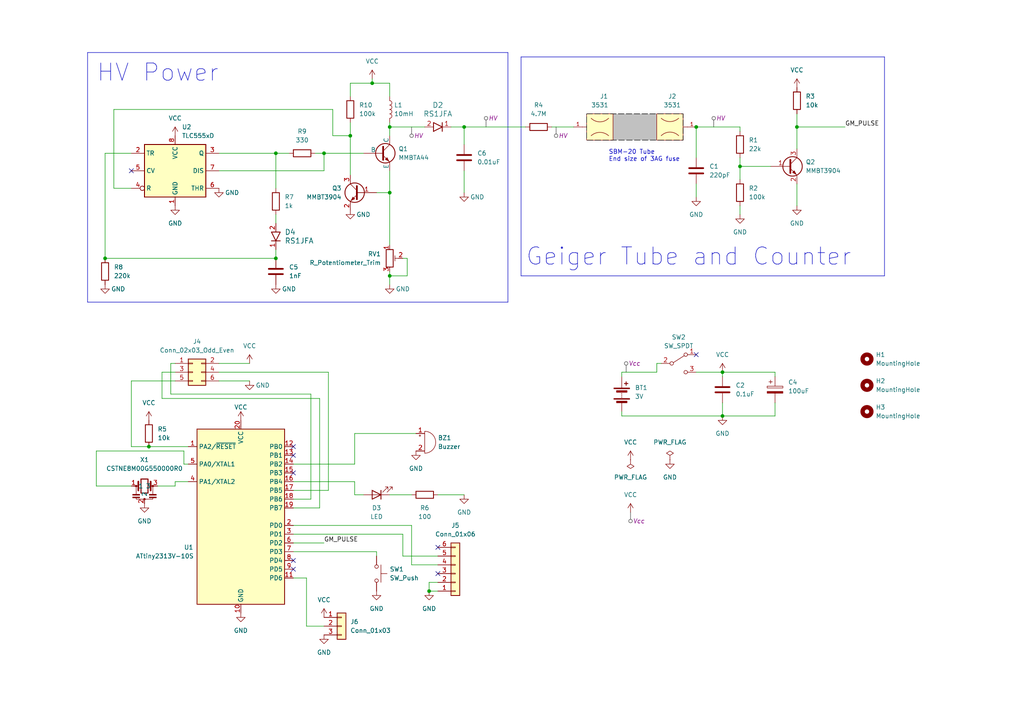
<source format=kicad_sch>
(kicad_sch (version 20230121) (generator eeschema)
  (paper "A4")
  (lib_symbols
    (symbol "Connector_Generic:Conn_01x03" (pin_names (offset 1.016) hide)
      (property "Reference" "J" (at 0 5.08 0))
      (property "Value" "Conn_01x03" (at 0 -5.08 0))
      (symbol "Conn_01x03_1_1"
        (rectangle (start -1.27 -2.413) (end 0 -2.667) (stroke (width 0.1524)))
        (rectangle (start -1.27 0.127) (end 0 -0.127) (stroke (width 0.1524)))
        (rectangle (start -1.27 2.667) (end 0 2.413) (stroke (width 0.1524)))
        (rectangle (start -1.27 3.81) (end 1.27 -3.81) (stroke (width 0.254)) (fill (type background)))
        (pin passive line (at -5.08 2.54 0) (length 3.81) (name "Pin_1") (number "1"))
        (pin passive line (at -5.08 0 0) (length 3.81) (name "Pin_2") (number "2"))
        (pin passive line (at -5.08 -2.54 0) (length 3.81) (name "Pin_3") (number "3"))
      )
    )
    (symbol "Connector_Generic:Conn_01x06" (pin_names (offset 1.016) hide)
      (property "Reference" "J" (at 0 7.62 0))
      (property "Value" "Conn_01x06" (at 0 -10.16 0))
      (symbol "Conn_01x06_1_1"
        (rectangle (start -1.27 -7.493) (end 0 -7.747) (stroke (width 0.1524)))
        (rectangle (start -1.27 -4.953) (end 0 -5.207) (stroke (width 0.1524)))
        (rectangle (start -1.27 -2.413) (end 0 -2.667) (stroke (width 0.1524)))
        (rectangle (start -1.27 0.127) (end 0 -0.127) (stroke (width 0.1524)))
        (rectangle (start -1.27 2.667) (end 0 2.413) (stroke (width 0.1524)))
        (rectangle (start -1.27 5.207) (end 0 4.953) (stroke (width 0.1524)))
        (rectangle (start -1.27 6.35) (end 1.27 -8.89) (stroke (width 0.254)) (fill (type background)))
        (pin passive line (at -5.08 5.08 0) (length 3.81) (name "Pin_1") (number "1"))
        (pin passive line (at -5.08 2.54 0) (length 3.81) (name "Pin_2") (number "2"))
        (pin passive line (at -5.08 0 0) (length 3.81) (name "Pin_3") (number "3"))
        (pin passive line (at -5.08 -2.54 0) (length 3.81) (name "Pin_4") (number "4"))
        (pin passive line (at -5.08 -5.08 0) (length 3.81) (name "Pin_5") (number "5"))
        (pin passive line (at -5.08 -7.62 0) (length 3.81) (name "Pin_6") (number "6"))
      )
    )
    (symbol "Connector_Generic:Conn_02x03_Odd_Even" (pin_names (offset 1.016) hide)
      (property "Reference" "J" (at 1.27 5.08 0))
      (property "Value" "Conn_02x03_Odd_Even" (at 1.27 -5.08 0))
      (symbol "Conn_02x03_Odd_Even_1_1"
        (rectangle (start -1.27 -2.413) (end 0 -2.667) (stroke (width 0.1524)))
        (rectangle (start -1.27 0.127) (end 0 -0.127) (stroke (width 0.1524)))
        (rectangle (start -1.27 2.667) (end 0 2.413) (stroke (width 0.1524)))
        (rectangle (start -1.27 3.81) (end 3.81 -3.81) (stroke (width 0.254)) (fill (type background)))
        (rectangle (start 3.81 -2.413) (end 2.54 -2.667) (stroke (width 0.1524)))
        (rectangle (start 3.81 0.127) (end 2.54 -0.127) (stroke (width 0.1524)))
        (rectangle (start 3.81 2.667) (end 2.54 2.413) (stroke (width 0.1524)))
        (pin passive line (at -5.08 2.54 0) (length 3.81) (name "Pin_1") (number "1"))
        (pin passive line (at 7.62 2.54 180) (length 3.81) (name "Pin_2") (number "2"))
        (pin passive line (at -5.08 0 0) (length 3.81) (name "Pin_3") (number "3"))
        (pin passive line (at 7.62 0 180) (length 3.81) (name "Pin_4") (number "4"))
        (pin passive line (at -5.08 -2.54 0) (length 3.81) (name "Pin_5") (number "5"))
        (pin passive line (at 7.62 -2.54 180) (length 3.81) (name "Pin_6") (number "6"))
      )
    )
    (symbol "Device:Battery" (pin_numbers hide) (pin_names (offset 0) hide)
      (property "Reference" "BT" (at 2.54 2.54 0))
      (property "Value" "Battery" (at 2.54 0 0))
      (symbol "Battery_0_1"
        (rectangle (start -2.286 -1.27) (end 2.286 -1.524) (fill (type outline)))
        (rectangle (start -2.286 1.778) (end 2.286 1.524) (fill (type outline)))
        (rectangle (start -1.524 -2.032) (end 1.524 -2.54) (fill (type outline)))
        (rectangle (start -1.524 1.016) (end 1.524 0.508) (fill (type outline)))
        (polyline (pts (xy 0 -1.016) (xy 0 -0.762)))
        (polyline (pts (xy 0 -0.508) (xy 0 -0.254)))
        (polyline (pts (xy 0 0) (xy 0 0.254)))
        (polyline (pts (xy 0 1.778) (xy 0 2.54)))
        (polyline (pts (xy 0.762 3.048) (xy 1.778 3.048)) (stroke (width 0.254)))
        (polyline (pts (xy 1.27 3.556) (xy 1.27 2.54)) (stroke (width 0.254)))
      )
      (symbol "Battery_1_1"
        (pin passive line (at 0 5.08 270) (length 2.54) (name "+") (number "1"))
        (pin passive line (at 0 -5.08 90) (length 2.54) (name "-") (number "2"))
      )
    )
    (symbol "Device:Buzzer" (pin_names (offset 0.0254) hide)
      (property "Reference" "BZ" (at 3.81 1.27 0))
      (property "Value" "Buzzer" (at 3.81 -1.27 0))
      (symbol "Buzzer_0_1"
        (arc (start 0 -3.175) (mid 3.1612 0) (end 0 3.175))
        (polyline (pts (xy -1.651 1.905) (xy -1.143 1.905)))
        (polyline (pts (xy -1.397 2.159) (xy -1.397 1.651)))
        (polyline (pts (xy 0 3.175) (xy 0 -3.175)))
      )
      (symbol "Buzzer_1_1"
        (pin passive line (at -2.54 2.54 0) (length 2.54) (name "-") (number "1"))
        (pin passive line (at -2.54 -2.54 0) (length 2.54) (name "+") (number "2"))
      )
    )
    (symbol "Device:C" (pin_numbers hide) (pin_names (offset 0.254))
      (property "Reference" "C" (at 0.635 2.54 0))
      (property "Value" "C" (at 0.635 -2.54 0))
      (symbol "C_0_1"
        (polyline (pts (xy -2.032 -0.762) (xy 2.032 -0.762)) (stroke (width 0.508)))
        (polyline (pts (xy -2.032 0.762) (xy 2.032 0.762)) (stroke (width 0.508)))
      )
      (symbol "C_1_1"
        (pin passive line (at 0 3.81 270) (length 2.794) (name "~") (number "1"))
        (pin passive line (at 0 -3.81 90) (length 2.794) (name "~") (number "2"))
      )
    )
    (symbol "Device:C_Polarized" (pin_numbers hide) (pin_names (offset 0.254))
      (property "Reference" "C" (at 0.635 2.54 0))
      (property "Value" "C_Polarized" (at 0.635 -2.54 0))
      (symbol "C_Polarized_0_1"
        (rectangle (start -2.286 0.508) (end 2.286 1.016))
        (polyline (pts (xy -1.778 2.286) (xy -0.762 2.286)))
        (polyline (pts (xy -1.27 2.794) (xy -1.27 1.778)))
        (rectangle (start 2.286 -0.508) (end -2.286 -1.016) (fill (type outline)))
      )
      (symbol "C_Polarized_1_1"
        (pin passive line (at 0 3.81 270) (length 2.794) (name "~") (number "1"))
        (pin passive line (at 0 -3.81 90) (length 2.794) (name "~") (number "2"))
      )
    )
    (symbol "Device:L" (pin_numbers hide) (pin_names (offset 1.016) hide)
      (property "Reference" "L" (at -1.27 0 90))
      (property "Value" "L" (at 1.905 0 90))
      (symbol "L_0_1"
        (arc (start 0 -2.54) (mid 0.6323 -1.905) (end 0 -1.27))
        (arc (start 0 -1.27) (mid 0.6323 -0.635) (end 0 0))
        (arc (start 0 0) (mid 0.6323 0.635) (end 0 1.27))
        (arc (start 0 1.27) (mid 0.6323 1.905) (end 0 2.54))
      )
      (symbol "L_1_1"
        (pin passive line (at 0 3.81 270) (length 1.27) (name "1") (number "1"))
        (pin passive line (at 0 -3.81 90) (length 1.27) (name "2") (number "2"))
      )
    )
    (symbol "Device:LED" (pin_numbers hide) (pin_names (offset 1.016) hide)
      (property "Reference" "D" (at 0 2.54 0))
      (property "Value" "LED" (at 0 -2.54 0))
      (symbol "LED_0_1"
        (polyline (pts (xy -1.27 -1.27) (xy -1.27 1.27)) (stroke (width 0.254)))
        (polyline (pts (xy -1.27 0) (xy 1.27 0)))
        (polyline (pts (xy 1.27 -1.27) (xy 1.27 1.27) (xy -1.27 0) (xy 1.27 -1.27)) (stroke (width 0.254)))
        (polyline (pts (xy -3.048 -0.762) (xy -4.572 -2.286) (xy -3.81 -2.286) (xy -4.572 -2.286) (xy -4.572 -1.524)))
        (polyline (pts (xy -1.778 -0.762) (xy -3.302 -2.286) (xy -2.54 -2.286) (xy -3.302 -2.286) (xy -3.302 -1.524)))
      )
      (symbol "LED_1_1"
        (pin passive line (at -3.81 0 0) (length 2.54) (name "K") (number "1"))
        (pin passive line (at 3.81 0 180) (length 2.54) (name "A") (number "2"))
      )
    )
    (symbol "Device:R" (pin_numbers hide) (pin_names (offset 0))
      (property "Reference" "R" (at 2.032 0 90))
      (property "Value" "R" (at 0 0 90))
      (symbol "R_0_1"
        (rectangle (start -1.016 -2.54) (end 1.016 2.54) (stroke (width 0.254)))
      )
      (symbol "R_1_1"
        (pin passive line (at 0 3.81 270) (length 1.27) (name "~") (number "1"))
        (pin passive line (at 0 -3.81 90) (length 1.27) (name "~") (number "2"))
      )
    )
    (symbol "Device:R_Potentiometer_Trim" (pin_names (offset 1.016) hide)
      (property "Reference" "RV" (at -4.445 0 90))
      (property "Value" "R_Potentiometer_Trim" (at -2.54 0 90))
      (symbol "R_Potentiometer_Trim_0_1"
        (polyline (pts (xy 1.524 0.762) (xy 1.524 -0.762)))
        (polyline (pts (xy 2.54 0) (xy 1.524 0)))
        (rectangle (start 1.016 2.54) (end -1.016 -2.54) (stroke (width 0.254)))
      )
      (symbol "R_Potentiometer_Trim_1_1"
        (pin passive line (at 0 3.81 270) (length 1.27) (name "1") (number "1"))
        (pin passive line (at 3.81 0 180) (length 1.27) (name "2") (number "2"))
        (pin passive line (at 0 -3.81 90) (length 1.27) (name "3") (number "3"))
      )
    )
    (symbol "Geiger:3531" (pin_names (offset 1.016))
      (property "Reference" "J" (at -2.54 5.08 0))
      (property "Value" "3531" (at -2.54 -6.35 0))
      (symbol "3531_0_0"
        (polyline (pts (xy -5.08 0) (xy -3.81 0)) (stroke (width 0.1524)))
        (pin passive line (at -7.62 0 0) (length 2.54) (name "~") (number "1"))
      )
      (symbol "3531_0_1"
        (arc (start -2.54 2.54) (mid 0 1.4879) (end 2.54 2.54))
        (arc (start 2.54 -2.54) (mid 0 -1.5655) (end -2.54 -2.54))
      )
      (symbol "3531_1_1"
        (rectangle (start -3.81 3.81) (end 3.81 -3.81) (fill (type background)))
      )
    )
    (symbol "Geiger:CSTNE8M00G550000R0" (pin_names (offset 0.762))
      (property "Reference" "X" (at -10.16 6.35 0))
      (property "Value" "CSTNE8M00G550000R0" (at -10.16 3.81 0))
      (symbol "CSTNE8M00G550000R0_0_1"
        (rectangle (start -3.429 -3.175) (end -1.397 -3.429) (fill (type outline)))
        (rectangle (start -3.429 -2.413) (end -1.397 -2.667) (fill (type outline)))
        (circle (center -2.413 0) (radius 0.254) (fill (type outline)))
        (rectangle (start -1.016 2.032) (end 1.016 -2.032) (stroke (width 0.3048)))
        (circle (center 0 -3.81) (radius 0.254) (fill (type outline)))
        (polyline (pts (xy -2.413 -2.413) (xy -2.413 0)))
        (polyline (pts (xy -1.905 0) (xy -3.175 0)))
        (polyline (pts (xy -1.778 -1.27) (xy -1.778 1.27)) (stroke (width 0.508)))
        (polyline (pts (xy 1.778 -1.27) (xy 1.778 1.27)) (stroke (width 0.508)))
        (polyline (pts (xy 1.905 0) (xy 2.54 0)))
        (polyline (pts (xy 2.413 0) (xy 2.413 -2.54)))
        (polyline (pts (xy 2.413 -3.302) (xy 2.413 -3.81) (xy -2.413 -3.81) (xy -2.413 -3.302)))
        (rectangle (start 1.397 -3.175) (end 3.429 -3.429) (fill (type outline)))
        (rectangle (start 1.397 -2.413) (end 3.429 -2.667) (fill (type outline)))
        (circle (center 2.413 0) (radius 0.254) (fill (type outline)))
      )
      (symbol "CSTNE8M00G550000R0_1_1"
        (pin passive line (at -3.81 0 0) (length 1.27) (name "1") (number "1"))
        (pin passive line (at 0 -5.08 90) (length 1.27) (name "2") (number "2"))
        (pin passive line (at 3.81 0 180) (length 1.27) (name "3") (number "3"))
      )
    )
    (symbol "Geiger:MMBTA44" (pin_numbers hide) (pin_names (offset 0))
      (property "Reference" "Q" (at 6.35 1.27 0))
      (property "Value" "MMBTA44" (at 3.81 -1.27 0))
      (symbol "MMBTA44_0_1"
        (polyline (pts (xy -0.635 0.635) (xy 1.27 2.54)))
        (polyline (pts (xy -0.635 -0.635) (xy 1.27 -2.54) (xy 1.27 -2.54)))
        (polyline (pts (xy -0.635 1.905) (xy -0.635 -1.905) (xy -0.635 -1.905)) (stroke (width 0.508)))
        (polyline (pts (xy 0 -1.778) (xy 0.508 -1.27) (xy 1.016 -2.286) (xy 0 -1.778) (xy 0 -1.778)) (fill (type outline)))
        (circle (center 0 0) (radius 2.8194) (stroke (width 0.254)))
      )
      (symbol "MMBTA44_1_1"
        (pin input line (at -6.35 0 0) (length 5.715) (name "B") (number "1"))
        (pin passive line (at 1.27 -5.08 90) (length 2.54) (name "E") (number "2"))
        (pin passive line (at 1.27 5.08 270) (length 2.54) (name "C") (number "3"))
      )
    )
    (symbol "MCU_Microchip_ATtiny:ATtiny2313V-10S"
      (property "Reference" "U" (at -12.7 26.67 0))
      (property "Value" "ATtiny2313V-10S" (at 2.54 -26.67 0))
      (symbol "ATtiny2313V-10S_0_1"
        (rectangle (start -12.7 -25.4) (end 12.7 25.4) (stroke (width 0.254)) (fill (type background)))
      )
      (symbol "ATtiny2313V-10S_1_1"
        (pin bidirectional line (at -15.24 20.32 0) (length 2.54) (name "PA2/~{RESET}") (number "1"))
        (pin power_in line (at 0 -27.94 90) (length 2.54) (name "GND") (number "10"))
        (pin bidirectional line (at 15.24 -17.78 180) (length 2.54) (name "PD6") (number "11"))
        (pin bidirectional line (at 15.24 20.32 180) (length 2.54) (name "PB0") (number "12"))
        (pin bidirectional line (at 15.24 17.78 180) (length 2.54) (name "PB1") (number "13"))
        (pin bidirectional line (at 15.24 15.24 180) (length 2.54) (name "PB2") (number "14"))
        (pin bidirectional line (at 15.24 12.7 180) (length 2.54) (name "PB3") (number "15"))
        (pin bidirectional line (at 15.24 10.16 180) (length 2.54) (name "PB4") (number "16"))
        (pin bidirectional line (at 15.24 7.62 180) (length 2.54) (name "PB5") (number "17"))
        (pin bidirectional line (at 15.24 5.08 180) (length 2.54) (name "PB6") (number "18"))
        (pin bidirectional line (at 15.24 2.54 180) (length 2.54) (name "PB7") (number "19"))
        (pin bidirectional line (at 15.24 -2.54 180) (length 2.54) (name "PD0") (number "2"))
        (pin power_in line (at 0 27.94 270) (length 2.54) (name "VCC") (number "20"))
        (pin bidirectional line (at 15.24 -5.08 180) (length 2.54) (name "PD1") (number "3"))
        (pin bidirectional line (at -15.24 10.16 0) (length 2.54) (name "PA1/XTAL2") (number "4"))
        (pin bidirectional line (at -15.24 15.24 0) (length 2.54) (name "PA0/XTAL1") (number "5"))
        (pin bidirectional line (at 15.24 -7.62 180) (length 2.54) (name "PD2") (number "6"))
        (pin bidirectional line (at 15.24 -10.16 180) (length 2.54) (name "PD3") (number "7"))
        (pin bidirectional line (at 15.24 -12.7 180) (length 2.54) (name "PD4") (number "8"))
        (pin bidirectional line (at 15.24 -15.24 180) (length 2.54) (name "PD5") (number "9"))
      )
    )
    (symbol "Mechanical:MountingHole" (pin_names (offset 1.016))
      (property "Reference" "H" (at 0 5.08 0))
      (property "Value" "MountingHole" (at 0 3.175 0))
      (symbol "MountingHole_0_1"
        (circle (center 0 0) (radius 1.27) (stroke (width 1.27)))
      )
    )
    (symbol "RS1JFA_1" (pin_names (offset 0.254))
      (property "Reference" "D" (at 0 7.62 0))
      (property "Value" "RS1JFA" (at 0 5.08 0))
      (symbol "RS1JFA_1_0_1"
        (polyline (pts (xy -1.27 1.27) (xy -1.27 -1.27)) (stroke (width 0.254)))
        (polyline (pts (xy 1.27 1.27) (xy 1.27 -1.27) (xy -1.27 0) (xy 1.27 1.27)) (stroke (width 0.254)))
      )
      (symbol "RS1JFA_1_1_1"
        (pin unspecified line (at -3.81 0 0) (length 2.54) (name "") (number "1"))
        (pin unspecified line (at 3.81 0 180) (length 2.54) (name "") (number "2"))
      )
    )
    (symbol "Switch:SW_Push" (pin_numbers hide) (pin_names (offset 1.016) hide)
      (property "Reference" "SW" (at 1.27 2.54 0))
      (property "Value" "SW_Push" (at 0 -1.524 0))
      (symbol "SW_Push_0_1"
        (circle (center -2.032 0) (radius 0.508))
        (polyline (pts (xy 0 1.27) (xy 0 3.048)))
        (polyline (pts (xy 2.54 1.27) (xy -2.54 1.27)))
        (circle (center 2.032 0) (radius 0.508))
        (pin passive line (at -5.08 0 0) (length 2.54) (name "1") (number "1"))
        (pin passive line (at 5.08 0 180) (length 2.54) (name "2") (number "2"))
      )
    )
    (symbol "Switch:SW_SPDT" (pin_names (offset 0) hide)
      (property "Reference" "SW" (at 0 4.318 0))
      (property "Value" "SW_SPDT" (at 0 -5.08 0))
      (symbol "SW_SPDT_0_0"
        (circle (center -2.032 0) (radius 0.508))
        (circle (center 2.032 -2.54) (radius 0.508))
      )
      (symbol "SW_SPDT_0_1"
        (polyline (pts (xy -1.524 0.254) (xy 1.651 2.286)))
        (circle (center 2.032 2.54) (radius 0.508))
      )
      (symbol "SW_SPDT_1_1"
        (pin passive line (at 5.08 2.54 180) (length 2.54) (name "A") (number "1"))
        (pin passive line (at -5.08 0 0) (length 2.54) (name "B") (number "2"))
        (pin passive line (at 5.08 -2.54 180) (length 2.54) (name "C") (number "3"))
      )
    )
    (symbol "Timer:TLC555xD"
      (property "Reference" "U" (at -10.16 8.89 0))
      (property "Value" "TLC555xD" (at 2.54 8.89 0))
      (symbol "TLC555xD_0_0"
        (pin power_in line (at 0 -10.16 90) (length 2.54) (name "GND") (number "1"))
        (pin power_in line (at 0 10.16 270) (length 2.54) (name "VCC") (number "8"))
      )
      (symbol "TLC555xD_0_1"
        (rectangle (start -8.89 -7.62) (end 8.89 7.62) (stroke (width 0.254)) (fill (type background)))
        (rectangle (start -8.89 -7.62) (end 8.89 7.62) (stroke (width 0.254)) (fill (type background)))
      )
      (symbol "TLC555xD_1_1"
        (pin input line (at -12.7 5.08 0) (length 3.81) (name "TR") (number "2"))
        (pin output line (at 12.7 5.08 180) (length 3.81) (name "Q") (number "3"))
        (pin input inverted (at -12.7 -5.08 0) (length 3.81) (name "R") (number "4"))
        (pin input line (at -12.7 0 0) (length 3.81) (name "CV") (number "5"))
        (pin input line (at 12.7 -5.08 180) (length 3.81) (name "THR") (number "6"))
        (pin input line (at 12.7 0 180) (length 3.81) (name "DIS") (number "7"))
      )
    )
    (symbol "Transistor_BJT:MMBT3904" (pin_names (offset 0) hide)
      (property "Reference" "Q" (at 5.08 1.905 0))
      (property "Value" "MMBT3904" (at 5.08 0 0))
      (symbol "MMBT3904_0_1"
        (polyline (pts (xy 0.635 0.635) (xy 2.54 2.54)))
        (polyline (pts (xy 0.635 -0.635) (xy 2.54 -2.54) (xy 2.54 -2.54)))
        (polyline (pts (xy 0.635 1.905) (xy 0.635 -1.905) (xy 0.635 -1.905)) (stroke (width 0.508)))
        (polyline (pts (xy 1.27 -1.778) (xy 1.778 -1.27) (xy 2.286 -2.286) (xy 1.27 -1.778) (xy 1.27 -1.778)) (fill (type outline)))
        (circle (center 1.27 0) (radius 2.8194) (stroke (width 0.254)))
      )
      (symbol "MMBT3904_1_1"
        (pin input line (at -5.08 0 0) (length 5.715) (name "B") (number "1"))
        (pin passive line (at 2.54 -5.08 90) (length 2.54) (name "E") (number "2"))
        (pin passive line (at 2.54 5.08 270) (length 2.54) (name "C") (number "3"))
      )
    )
    (symbol "power:GND" (power) (pin_names (offset 0))
      (property "Value" "GND" (at 0 -3.81 0))
      (symbol "GND_0_1"
        (polyline (pts (xy 0 0) (xy 0 -1.27) (xy 1.27 -1.27) (xy 0 -2.54) (xy -1.27 -1.27) (xy 0 -1.27)))
      )
      (symbol "GND_1_1"
        (pin power_in line (at 0 0 270) (length 0) hide (name "GND") (number "1"))
      )
    )
    (symbol "power:PWR_FLAG" (power) (pin_numbers hide) (pin_names (offset 0) hide)
      (property "Value" "PWR_FLAG" (at 0 3.81 0))
      (symbol "PWR_FLAG_0_0"
        (pin power_out line (at 0 0 90) (length 0) (name "pwr") (number "1"))
      )
      (symbol "PWR_FLAG_0_1"
        (polyline (pts (xy 0 0) (xy 0 1.27) (xy -1.016 1.905) (xy 0 2.54) (xy 1.016 1.905) (xy 0 1.27)))
      )
    )
    (symbol "power:VCC" (power) (pin_names (offset 0))
      (property "Value" "VCC" (at 0 3.81 0))
      (symbol "VCC_0_1"
        (polyline (pts (xy -0.762 1.27) (xy 0 2.54)))
        (polyline (pts (xy 0 0) (xy 0 2.54)))
        (polyline (pts (xy 0 2.54) (xy 0.762 1.27)))
      )
      (symbol "VCC_1_1"
        (pin power_in line (at 0 0 90) (length 0) hide (name "VCC") (number "1"))
      )
    )
  )
  (junction (at 80.01 44.45))
  (junction (at 93.98 44.45))
  (junction (at 209.55 107.95))
  (junction (at 201.93 36.83))
  (junction (at 209.55 120.65))
  (junction (at 231.14 36.83))
  (junction (at 134.62 36.83))
  (junction (at 113.03 36.83))
  (junction (at 124.46 171.45))
  (junction (at 107.95 24.13))
  (junction (at 214.63 48.26))
  (junction (at 80.01 74.93))
  (junction (at 43.18 129.54))
  (junction (at 113.03 80.01))
  (junction (at 113.03 55.88))
  (junction (at 30.48 74.93))
  (junction (at 101.6 39.37))
  (no_connect (at 127 166.37))
  (no_connect (at 201.93 102.87))
  (no_connect (at 85.09 129.54))
  (no_connect (at 85.09 132.08))
  (no_connect (at 85.09 137.16))
  (no_connect (at 38.1 49.53))
  (no_connect (at 85.09 162.56))
  (no_connect (at 127 158.75))
  (no_connect (at 85.09 165.1))
  (wire (pts (xy 49.53 114.3) (xy 90.17 114.3)))
  (wire (pts (xy 134.62 49.53) (xy 134.62 55.88)))
  (wire (pts (xy 85.09 157.48) (xy 93.98 157.48)))
  (wire (pts (xy 54.61 134.62) (xy 53.34 134.62)))
  (wire (pts (xy 27.94 130.81) (xy 27.94 140.97)))
  (wire (pts (xy 27.94 140.97) (xy 38.1 140.97)))
  (wire (pts (xy 231.14 33.02) (xy 231.14 36.83)))
  (wire (pts (xy 231.14 36.83) (xy 245.11 36.83)))
  (wire (pts (xy 109.22 160.02) (xy 109.22 161.29)))
  (wire (pts (xy 113.03 49.53) (xy 113.03 55.88)))
  (wire (pts (xy 113.03 27.94) (xy 113.03 24.13)))
  (wire (pts (xy 190.5 107.95) (xy 180.34 107.95)))
  (wire (pts (xy 160.02 36.83) (xy 166.37 36.83)))
  (wire (pts (xy 91.44 44.45) (xy 93.98 44.45)))
  (wire (pts (xy 191.77 105.41) (xy 190.5 105.41)))
  (wire (pts (xy 101.6 39.37) (xy 101.6 50.8)))
  (wire (pts (xy 85.09 147.32) (xy 92.71 147.32)))
  (wire (pts (xy 102.87 125.73) (xy 120.65 125.73)))
  (wire (pts (xy 119.38 163.83) (xy 119.38 152.4)))
  (wire (pts (xy 38.1 54.61) (xy 33.02 54.61)))
  (wire (pts (xy 209.55 107.95) (xy 224.79 107.95)))
  (wire (pts (xy 50.8 105.41) (xy 49.53 105.41)))
  (wire (pts (xy 63.5 105.41) (xy 72.39 105.41)))
  (wire (pts (xy 38.1 110.49) (xy 38.1 129.54)))
  (wire (pts (xy 33.02 31.75) (xy 96.52 31.75)))
  (wire (pts (xy 201.93 107.95) (xy 209.55 107.95)))
  (wire (pts (xy 50.8 140.97) (xy 45.72 140.97)))
  (wire (pts (xy 38.1 44.45) (xy 30.48 44.45)))
  (wire (pts (xy 101.6 35.56) (xy 101.6 39.37)))
  (wire (pts (xy 90.17 144.78) (xy 85.09 144.78)))
  (wire (pts (xy 85.09 167.64) (xy 88.9 167.64)))
  (wire (pts (xy 96.52 39.37) (xy 101.6 39.37)))
  (wire (pts (xy 201.93 36.83) (xy 214.63 36.83)))
  (wire (pts (xy 53.34 134.62) (xy 53.34 130.81)))
  (wire (pts (xy 50.8 139.7) (xy 50.8 140.97)))
  (wire (pts (xy 88.9 181.61) (xy 93.98 181.61)))
  (wire (pts (xy 90.17 114.3) (xy 90.17 144.78)))
  (polyline (pts (xy 151.13 16.51) (xy 256.54 16.51)))
  (wire (pts (xy 101.6 24.13) (xy 101.6 27.94)))
  (wire (pts (xy 113.03 35.56) (xy 113.03 36.83)))
  (wire (pts (xy 33.02 54.61) (xy 33.02 31.75)))
  (wire (pts (xy 95.25 107.95) (xy 95.25 142.24)))
  (polyline (pts (xy 151.13 80.01) (xy 151.13 16.51)))
  (wire (pts (xy 116.84 154.94) (xy 85.09 154.94)))
  (wire (pts (xy 49.53 105.41) (xy 49.53 114.3)))
  (wire (pts (xy 118.11 74.93) (xy 118.11 80.01)))
  (wire (pts (xy 113.03 80.01) (xy 113.03 82.55)))
  (polyline (pts (xy 25.4 15.24) (xy 147.32 15.24)))
  (wire (pts (xy 50.8 110.49) (xy 38.1 110.49)))
  (wire (pts (xy 214.63 48.26) (xy 223.52 48.26)))
  (wire (pts (xy 209.55 116.84) (xy 209.55 120.65)))
  (wire (pts (xy 134.62 41.91) (xy 134.62 36.83)))
  (polyline (pts (xy 256.54 80.01) (xy 151.13 80.01)))
  (wire (pts (xy 102.87 139.7) (xy 102.87 143.51)))
  (wire (pts (xy 224.79 116.84) (xy 224.79 120.65)))
  (wire (pts (xy 214.63 45.72) (xy 214.63 48.26)))
  (wire (pts (xy 101.6 24.13) (xy 107.95 24.13)))
  (wire (pts (xy 46.99 107.95) (xy 50.8 107.95)))
  (wire (pts (xy 113.03 143.51) (xy 119.38 143.51)))
  (wire (pts (xy 85.09 160.02) (xy 109.22 160.02)))
  (wire (pts (xy 224.79 107.95) (xy 224.79 109.22)))
  (wire (pts (xy 124.46 171.45) (xy 127 171.45)))
  (wire (pts (xy 80.01 62.23) (xy 80.01 64.77)))
  (wire (pts (xy 107.95 24.13) (xy 113.03 24.13)))
  (wire (pts (xy 107.95 22.86) (xy 107.95 24.13)))
  (wire (pts (xy 80.01 44.45) (xy 80.01 54.61)))
  (wire (pts (xy 127 168.91) (xy 124.46 168.91)))
  (polyline (pts (xy 256.54 16.51) (xy 256.54 80.01)))
  (wire (pts (xy 92.71 115.57) (xy 46.99 115.57)))
  (wire (pts (xy 63.5 110.49) (xy 72.39 110.49)))
  (wire (pts (xy 46.99 107.95) (xy 46.99 115.57)))
  (wire (pts (xy 214.63 36.83) (xy 214.63 38.1)))
  (wire (pts (xy 80.01 44.45) (xy 83.82 44.45)))
  (wire (pts (xy 231.14 53.34) (xy 231.14 59.69)))
  (wire (pts (xy 63.5 107.95) (xy 95.25 107.95)))
  (wire (pts (xy 63.5 44.45) (xy 80.01 44.45)))
  (wire (pts (xy 231.14 36.83) (xy 231.14 43.18)))
  (wire (pts (xy 190.5 105.41) (xy 190.5 107.95)))
  (wire (pts (xy 224.79 120.65) (xy 209.55 120.65)))
  (wire (pts (xy 102.87 125.73) (xy 102.87 134.62)))
  (wire (pts (xy 85.09 152.4) (xy 119.38 152.4)))
  (wire (pts (xy 214.63 48.26) (xy 214.63 52.07)))
  (wire (pts (xy 124.46 168.91) (xy 124.46 171.45)))
  (wire (pts (xy 53.34 130.81) (xy 27.94 130.81)))
  (wire (pts (xy 43.18 129.54) (xy 54.61 129.54)))
  (wire (pts (xy 127 161.29) (xy 116.84 161.29)))
  (wire (pts (xy 85.09 139.7) (xy 102.87 139.7)))
  (wire (pts (xy 214.63 59.69) (xy 214.63 62.23)))
  (wire (pts (xy 113.03 80.01) (xy 118.11 80.01)))
  (polyline (pts (xy 25.4 87.63) (xy 25.4 15.24)))
  (wire (pts (xy 93.98 44.45) (xy 93.98 49.53)))
  (wire (pts (xy 134.62 36.83) (xy 152.4 36.83)))
  (wire (pts (xy 102.87 143.51) (xy 105.41 143.51)))
  (wire (pts (xy 93.98 44.45) (xy 105.41 44.45)))
  (wire (pts (xy 96.52 31.75) (xy 96.52 39.37)))
  (wire (pts (xy 201.93 53.34) (xy 201.93 57.15)))
  (wire (pts (xy 85.09 134.62) (xy 102.87 134.62)))
  (wire (pts (xy 127 143.51) (xy 134.62 143.51)))
  (wire (pts (xy 130.81 36.83) (xy 134.62 36.83)))
  (wire (pts (xy 80.01 72.39) (xy 80.01 74.93)))
  (wire (pts (xy 30.48 44.45) (xy 30.48 74.93)))
  (wire (pts (xy 116.84 74.93) (xy 118.11 74.93)))
  (wire (pts (xy 109.22 55.88) (xy 113.03 55.88)))
  (wire (pts (xy 38.1 129.54) (xy 43.18 129.54)))
  (wire (pts (xy 201.93 36.83) (xy 201.93 45.72)))
  (wire (pts (xy 88.9 167.64) (xy 88.9 181.61)))
  (wire (pts (xy 95.25 142.24) (xy 85.09 142.24)))
  (polyline (pts (xy 25.4 87.63) (xy 147.32 87.63)))
  (wire (pts (xy 54.61 139.7) (xy 50.8 139.7)))
  (wire (pts (xy 113.03 55.88) (xy 113.03 71.12)))
  (wire (pts (xy 63.5 49.53) (xy 93.98 49.53)))
  (polyline (pts (xy 147.32 15.24) (xy 147.32 87.63)))
  (wire (pts (xy 180.34 119.38) (xy 180.34 120.65)))
  (wire (pts (xy 180.34 120.65) (xy 209.55 120.65)))
  (wire (pts (xy 113.03 36.83) (xy 113.03 39.37)))
  (wire (pts (xy 92.71 147.32) (xy 92.71 115.57)))
  (wire (pts (xy 113.03 36.83) (xy 123.19 36.83)))
  (wire (pts (xy 127 163.83) (xy 119.38 163.83)))
  (wire (pts (xy 113.03 78.74) (xy 113.03 80.01)))
  (wire (pts (xy 116.84 161.29) (xy 116.84 154.94)))
  (wire (pts (xy 180.34 107.95) (xy 180.34 109.22)))
  (wire (pts (xy 209.55 107.95) (xy 209.55 109.22)))
  (wire (pts (xy 30.48 74.93) (xy 80.01 74.93)))
  (rectangle (start 170.18 33.02) (end 198.12 40.64) (stroke (width 0) (type dash) (color 0 0 0 0.8)) (fill (type color) (color 132 132 132 0.5)))
  (text "HV Power" (at 27.94 24.13 0) (effects (font (size 5 5)) (justify left bottom)))
  (text "Geiger Tube and Counter" (at 152.4 77.47 0) (effects (font (size 5 5)) (justify left bottom)))
  (text "SBM-20 Tube\nEnd size of 3AG fuse" (at 176.53 46.99 0) (effects (font (size 1.27 1.27)) (justify left bottom)))
  (label "GM_PULSE" (at 245.11 36.83 0))
  (label "GM_PULSE" (at 93.98 157.48 0))
  (netclass_flag "" (length 2.54) (shape round) (at 161.29 36.83 180) (property "Netclass" "HV" (at 161.9885 39.37 0) (effects (font italic) (justify left))))
  (netclass_flag "" (length 2.54) (shape round) (at 182.88 148.59 180) (property "Netclass" "Vcc" (at 183.5785 151.13 0) (effects (font italic) (justify left))))
  (netclass_flag "" (length 2.54) (shape round) (at 119.38 36.83 180) (property "Netclass" "HV" (at 120.0785 39.37 0) (effects (font italic) (justify left))))
  (netclass_flag "" (length 2.54) (shape round) (at 207.01 36.83 0) (property "Netclass" "HV" (at 207.7085 34.29 0) (effects (font italic) (justify left))))
  (netclass_flag "" (length 2.54) (shape round) (at 140.97 36.83 0) (property "Netclass" "HV" (at 141.6685 34.29 0) (effects (font italic) (justify left))))
  (netclass_flag "" (length 2.54) (shape round) (at 181.61 107.95 0) (property "Netclass" "Vcc" (at 182.3085 105.41 0) (effects (font italic) (justify left))))
  (symbol (lib_id "Connector_Generic:Conn_01x03") (at 99.06 181.61 0) (unit 1)
    (property "Reference" "J6" (at 101.6 180.34 0) (effects (justify left)))
    (property "Value" "Conn_01x03" (at 101.6 182.88 0) (effects (justify left)))
    (property "Footprint" "Connector_PinHeader_1.27mm:PinHeader_1x03_P1.27mm_Vertical" (effects hide))
  )
  (symbol (lib_id "Device:R") (at 123.19 143.51 90) (unit 1)
    (property "Reference" "R6" (at 123.19 147.32 90))
    (property "Value" "100" (at 123.19 149.86 90))
    (property "Footprint" "Resistor_SMD:R_1206_3216Metric" (effects hide))
  )
  (symbol (lib_id "Device:R") (at 156.21 36.83 270) (unit 1)
    (property "Reference" "R4" (at 156.21 30.48 90))
    (property "Value" "4.7M" (at 156.21 33.02 90))
    (property "Footprint" "Resistor_SMD:R_1206_3216Metric" (effects hide))
  )
  (symbol (lib_id "power:VCC") (at 93.98 179.07 0) (unit 1)
    (property "Reference" "#PWR016" (effects hide))
    (property "Value" "VCC" (at 93.98 173.99 0))
  )
  (symbol (lib_id "Connector_Generic:Conn_02x03_Odd_Even") (at 55.88 107.95 0) (unit 1)
    (property "Reference" "J4" (at 57.15 99.06 0))
    (property "Value" "Conn_02x03_Odd_Even" (at 57.15 101.6 0))
    (property "Footprint" "Connector_PinHeader_1.27mm:PinHeader_2x03_P1.27mm_Vertical" (effects hide))
  )
  (symbol (lib_id "power:GND") (at 124.46 171.45 0) (unit 1)
    (property "Reference" "#PWR018" (effects hide))
    (property "Value" "GND" (at 124.46 176.53 0))
  )
  (symbol (lib_id "Device:R_Potentiometer_Trim") (at 113.03 74.93 0) (unit 1)
    (property "Reference" "RV1" (at 110.49 73.66 0) (effects (justify right)))
    (property "Value" "R_Potentiometer_Trim" (at 110.49 76.2 0) (effects (justify right)))
    (property "Footprint" "Potentiometer_SMD:Potentiometer_ACP_CA9-VSMD_Vertical" (effects hide))
  )
  (symbol (lib_id "power:GND") (at 101.6 60.96 0) (unit 1)
    (property "Reference" "#PWR026" (effects hide))
    (property "Value" "GND" (at 105.41 62.23 0))
  )
  (symbol (lib_id "Device:Battery") (at 180.34 114.3 0) (unit 1)
    (property "Reference" "BT1" (at 184.15 112.4585 0) (effects (justify left)))
    (property "Value" "3V" (at 184.15 114.9985 0) (effects (justify left)))
    (property "Footprint" "Battery:BatteryHolder_Keystone_2468_2xAAA" (effects hide))
  )
  (symbol (lib_id "power:VCC") (at 69.85 121.92 0) (unit 1)
    (property "Reference" "#PWR09" (effects hide))
    (property "Value" "VCC" (at 69.85 118.11 0))
  )
  (symbol (lib_id "power:GND") (at 72.39 110.49 0) (unit 1)
    (property "Reference" "#PWR014" (effects hide))
    (property "Value" "GND" (at 76.2 111.76 0))
  )
  (symbol (lib_id "power:GND") (at 93.98 184.15 0) (unit 1)
    (property "Reference" "#PWR017" (effects hide))
    (property "Value" "GND" (at 93.98 189.23 0))
  )
  (symbol (lib_id "power:VCC") (at 43.18 121.92 0) (unit 1)
    (property "Reference" "#PWR012" (effects hide))
    (property "Value" "VCC" (at 43.18 116.84 0))
  )
  (symbol (lib_id "power:GND") (at 30.48 82.55 0) (unit 1)
    (property "Reference" "#PWR021" (effects hide))
    (property "Value" "GND" (at 34.29 83.82 0))
  )
  (symbol (lib_id "power:GND") (at 134.62 143.51 0) (unit 1)
    (property "Reference" "#PWR015" (effects hide))
    (property "Value" "GND" (at 134.62 148.59 0))
  )
  (symbol (lib_id "power:GND") (at 113.03 82.55 0) (unit 1)
    (property "Reference" "#PWR025" (effects hide))
    (property "Value" "GND" (at 116.84 83.82 0))
  )
  (symbol (lib_id "power:GND") (at 214.63 62.23 0) (unit 1)
    (property "Reference" "#PWR02" (effects hide))
    (property "Value" "GND" (at 214.63 67.31 0))
  )
  (symbol (lib_id "power:GND") (at 209.55 120.65 0) (unit 1)
    (property "Reference" "#PWR07" (effects hide))
    (property "Value" "GND" (at 209.55 125.73 0))
  )
  (symbol (lib_id "power:VCC") (at 182.88 148.59 0) (unit 1)
    (property "Reference" "#PWR030" (effects hide))
    (property "Value" "VCC" (at 182.88 143.51 0))
  )
  (symbol (lib_id "power:GND") (at 41.91 146.05 0) (unit 1)
    (property "Reference" "#PWR08" (effects hide))
    (property "Value" "GND" (at 41.91 151.13 0))
  )
  (symbol (lib_id "power:VCC") (at 231.14 25.4 0) (unit 1)
    (property "Reference" "#PWR04" (effects hide))
    (property "Value" "VCC" (at 231.14 20.32 0))
  )
  (symbol (lib_id "Timer:TLC555xD") (at 50.8 49.53 0) (unit 1)
    (property "Reference" "U2" (at 52.7559 36.83 0) (effects (justify left)))
    (property "Value" "TLC555xD" (at 52.7559 39.37 0) (effects (justify left)))
    (property "Footprint" "Package_SO:SOIC-8_3.9x4.9mm_P1.27mm" (effects hide))
    (property "Datasheet" "http://www.ti.com/lit/ds/symlink/tlc555.pdf" (effects hide))
  )
  (symbol (lib_name "RS1JFA_1") (lib_id "Geiger:RS1JFA") (at 127 36.83 180) (unit 1)
    (property "Reference" "D2" (at 127 30.48 0) (effects (font (size 1.524 1.524))))
    (property "Value" "RS1JFA" (at 127 33.02 0) (effects (font (size 1.524 1.524))))
    (property "Footprint" "Geiger Footprints:SOD-123FA_ONS" (effects hide))
    (property "Datasheet" "RS1JFA" (effects hide))
  )
  (symbol (lib_id "power:PWR_FLAG") (at 182.88 133.35 180) (unit 1)
    (property "Reference" "#FLG01" (effects hide))
    (property "Value" "PWR_FLAG" (at 182.88 138.43 0))
  )
  (symbol (lib_id "MCU_Microchip_ATtiny:ATtiny2313V-10S") (at 69.85 149.86 0) (unit 1)
    (property "Reference" "U1" (at 53.34 158.75 0) (effects (justify left)))
    (property "Value" "ATtiny2313V-10S" (at 39.37 161.29 0) (effects (justify left)))
    (property "Footprint" "Package_SO:SOIC-20W_7.5x12.8mm_P1.27mm" (effects hide))
    (property "Datasheet" "http://ww1.microchip.com/downloads/en/DeviceDoc/Atmel-2543-AVR-ATtiny2313_Datasheet.pdf" (effects hide))
  )
  (symbol (lib_id "Device:C") (at 209.55 113.03 0) (unit 1)
    (property "Reference" "C2" (at 213.36 111.76 0) (effects (justify left)))
    (property "Value" "0.1uF" (at 213.36 114.3 0) (effects (justify left)))
    (property "Footprint" "Capacitor_SMD:C_1206_3216Metric" (effects hide))
  )
  (symbol (lib_id "Switch:SW_SPDT") (at 196.85 105.41 0) (unit 1)
    (property "Reference" "SW2" (at 196.85 97.79 0))
    (property "Value" "SW_SPDT" (at 196.85 100.33 0))
    (property "Footprint" "Button_Switch_SMD:SW_SPDT_CK-JS102011SAQN" (effects hide))
  )
  (symbol (lib_id "Device:R") (at 101.6 31.75 0) (unit 1)
    (property "Reference" "R10" (at 104.14 30.48 0) (effects (justify left)))
    (property "Value" "100k" (at 104.14 33.02 0) (effects (justify left)))
    (property "Footprint" "Resistor_SMD:R_1206_3216Metric" (effects hide))
  )
  (symbol (lib_id "power:VCC") (at 72.39 105.41 0) (unit 1)
    (property "Reference" "#PWR013" (effects hide))
    (property "Value" "VCC" (at 72.39 100.33 0))
  )
  (symbol (lib_id "Device:C_Polarized") (at 224.79 113.03 0) (unit 1)
    (property "Reference" "C4" (at 228.6 110.871 0) (effects (justify left)))
    (property "Value" "100uF" (at 228.6 113.411 0) (effects (justify left)))
    (property "Footprint" "Capacitor_THT:CP_Radial_D5.0mm_P2.00mm" (effects hide))
  )
  (symbol (lib_id "Device:R") (at 231.14 29.21 0) (unit 1)
    (property "Reference" "R3" (at 233.68 27.94 0) (effects (justify left)))
    (property "Value" "10k" (at 233.68 30.48 0) (effects (justify left)))
    (property "Footprint" "Resistor_SMD:R_1206_3216Metric" (effects hide))
  )
  (symbol (lib_id "Device:R") (at 87.63 44.45 90) (unit 1)
    (property "Reference" "R9" (at 87.63 38.1 90))
    (property "Value" "330" (at 87.63 40.64 90))
    (property "Footprint" "Resistor_SMD:R_1206_3216Metric" (effects hide))
  )
  (symbol (lib_id "Device:R") (at 30.48 78.74 0) (unit 1)
    (property "Reference" "R8" (at 33.02 77.47 0) (effects (justify left)))
    (property "Value" "220k" (at 33.02 80.01 0) (effects (justify left)))
    (property "Footprint" "Resistor_SMD:R_1206_3216Metric" (effects hide))
  )
  (symbol (lib_id "Transistor_BJT:MMBT3904") (at 104.14 55.88 0) (mirror y) (unit 1)
    (property "Reference" "Q3" (at 99.06 54.61 0) (effects (justify left)))
    (property "Value" "MMBT3904" (at 99.06 57.15 0) (effects (justify left)))
    (property "Footprint" "Package_TO_SOT_SMD:SOT-23" (effects hide))
    (property "Datasheet" "https://www.onsemi.com/pub/Collateral/2N3903-D.PDF" (effects hide))
  )
  (symbol (lib_id "power:GND") (at 134.62 55.88 0) (unit 1)
    (property "Reference" "#PWR027" (effects hide))
    (property "Value" "GND" (at 138.43 57.15 0))
  )
  (symbol (lib_id "power:GND") (at 194.31 133.35 0) (unit 1)
    (property "Reference" "#PWR029" (effects hide))
    (property "Value" "GND" (at 194.31 138.43 0))
  )
  (symbol (lib_id "Device:R") (at 214.63 41.91 0) (unit 1)
    (property "Reference" "R1" (at 217.17 40.64 0) (effects (justify left)))
    (property "Value" "22k" (at 217.17 43.18 0) (effects (justify left)))
    (property "Footprint" "Resistor_SMD:R_1206_3216Metric" (effects hide))
  )
  (symbol (lib_id "power:PWR_FLAG") (at 194.31 133.35 0) (unit 1)
    (property "Reference" "#FLG02" (effects hide))
    (property "Value" "PWR_FLAG" (at 194.31 128.27 0))
  )
  (symbol (lib_id "power:VCC") (at 182.88 133.35 0) (unit 1)
    (property "Reference" "#PWR028" (effects hide))
    (property "Value" "VCC" (at 182.88 128.27 0))
  )
  (symbol (lib_id "power:GND") (at 109.22 171.45 0) (unit 1)
    (property "Reference" "#PWR011" (effects hide))
    (property "Value" "GND" (at 109.22 176.53 0))
  )
  (symbol (lib_id "Mechanical:MountingHole") (at 251.46 104.14 0) (unit 1)
    (property "Reference" "H1" (at 254 102.87 0) (effects (justify left)))
    (property "Value" "MountingHole" (at 254 105.41 0) (effects (justify left)))
    (property "Footprint" "MountingHole:MountingHole_2.2mm_M2_DIN965_Pad_TopOnly" (effects hide))
  )
  (symbol (lib_id "Device:C") (at 80.01 78.74 0) (unit 1)
    (property "Reference" "C5" (at 83.82 77.47 0) (effects (justify left)))
    (property "Value" "1nF" (at 83.82 80.01 0) (effects (justify left)))
    (property "Footprint" "Capacitor_SMD:C_1206_3216Metric" (effects hide))
  )
  (symbol (lib_id "Device:R") (at 214.63 55.88 180) (unit 1)
    (property "Reference" "R2" (at 217.17 54.61 0) (effects (justify right)))
    (property "Value" "100k" (at 217.17 57.15 0) (effects (justify right)))
    (property "Footprint" "Resistor_SMD:R_1206_3216Metric" (effects hide))
  )
  (symbol (lib_id "power:VCC") (at 50.8 39.37 0) (unit 1)
    (property "Reference" "#PWR023" (effects hide))
    (property "Value" "VCC" (at 50.8 34.29 0))
  )
  (symbol (lib_id "power:GND") (at 50.8 59.69 0) (unit 1)
    (property "Reference" "#PWR019" (effects hide))
    (property "Value" "GND" (at 50.8 64.77 0))
  )
  (symbol (lib_id "Mechanical:MountingHole") (at 251.46 111.76 0) (unit 1)
    (property "Reference" "H2" (at 254 110.49 0) (effects (justify left)))
    (property "Value" "MountingHole" (at 254 113.03 0) (effects (justify left)))
    (property "Footprint" "MountingHole:MountingHole_2.2mm_M2_DIN965_Pad_TopOnly" (effects hide))
  )
  (symbol (lib_id "Geiger:MMBTA44") (at 111.76 44.45 0) (unit 1)
    (property "Reference" "Q1" (at 115.57 43.18 0) (effects (justify left)))
    (property "Value" "MMBTA44" (at 115.57 45.72 0) (effects (justify left)))
    (property "Footprint" "Package_TO_SOT_SMD:SOT-23" (effects hide))
    (property "Datasheet" "https://www.21yangjie.com/style/pdf/small-signal-triode/MMBTA44-SOT23-%E6%B5%B7%E9%B8%A5%E8%84%9A.pdf" (effects hide))
  )
  (symbol (lib_id "Mechanical:MountingHole") (at 251.46 119.38 0) (unit 1)
    (property "Reference" "H3" (at 254 118.11 0) (effects (justify left)))
    (property "Value" "MountingHole" (at 254 120.65 0) (effects (justify left)))
    (property "Footprint" "MountingHole:MountingHole_2.2mm_M2_DIN965_Pad_TopOnly" (effects hide))
  )
  (symbol (lib_id "power:GND") (at 201.93 57.15 0) (unit 1)
    (property "Reference" "#PWR03" (effects hide))
    (property "Value" "GND" (at 201.93 62.23 0))
  )
  (symbol (lib_id "Device:R") (at 43.18 125.73 0) (unit 1)
    (property "Reference" "R5" (at 45.72 124.46 0) (effects (justify left)))
    (property "Value" "10k" (at 45.72 127 0) (effects (justify left)))
    (property "Footprint" "Resistor_SMD:R_1206_3216Metric" (effects hide))
  )
  (symbol (lib_id "Geiger:CSTNE8M00G550000R0") (at 41.91 140.97 0) (unit 1)
    (property "Reference" "X1" (at 41.91 133.35 0))
    (property "Value" "CSTNE8M00G550000R0" (at 41.91 135.89 0))
    (property "Footprint" "Geiger Footprints:CSTNE16M0V530000R0" (effects hide))
    (property "Datasheet" "https://www.murata.com/en-eu/products/productdata/8801161740318/SPEC-CSTNE8M00G550000R0.pdf?1519875007000" (effects hide))
    (property "Description" "Resonators 8.0000MHz 33pF SMD CHP Resntr" (effects hide))
    (property "Height" "1" (effects hide))
    (property "Manufacturer_Name" "Murata Electronics" (effects hide))
    (property "Manufacturer_Part_Number" "CSTNE8M00G550000R0" (effects hide))
    (property "Mouser Part Number" "81-CSTNE8M00G550000R" (effects hide))
    (property "Mouser Price/Stock" "https://www.mouser.co.uk/ProductDetail/Murata-Electronics/CSTNE8M00G550000R0?qs=y6ZabgHbY%252BzeBq2Vg%2FdAYw%3D%3D" (effects hide))
    (property "Arrow Part Number" "CSTNE8M00G550000R0" (effects hide))
    (property "Arrow Price/Stock" "https://www.arrow.com/en/products/cstne8m00g550000r0/murata-manufacturing?region=nac" (effects hide))
  )
  (symbol (lib_id "Device:C") (at 134.62 45.72 0) (unit 1)
    (property "Reference" "C6" (at 138.43 44.45 0) (effects (justify left)))
    (property "Value" "0.01uF" (at 138.43 46.99 0) (effects (justify left)))
    (property "Footprint" "Capacitor_SMD:C_1206_3216Metric" (effects hide))
  )
  (symbol (lib_name "RS1JFA_1") (lib_id "Geiger:RS1JFA") (at 80.01 68.58 90) (unit 1)
    (property "Reference" "D4" (at 82.55 67.31 90) (effects (font (size 1.524 1.524)) (justify right)))
    (property "Value" "RS1JFA" (at 82.55 69.85 90) (effects (font (size 1.524 1.524)) (justify right)))
    (property "Footprint" "Geiger Footprints:SOD-123FA_ONS" (effects hide))
    (property "Datasheet" "RS1JFA" (effects hide))
  )
  (symbol (lib_id "Transistor_BJT:MMBT3904") (at 228.6 48.26 0) (unit 1)
    (property "Reference" "Q2" (at 233.68 46.99 0) (effects (justify left)))
    (property "Value" "MMBT3904" (at 233.68 49.53 0) (effects (justify left)))
    (property "Footprint" "Package_TO_SOT_SMD:SOT-23" (effects hide))
    (property "Datasheet" "https://www.onsemi.com/pub/Collateral/2N3903-D.PDF" (effects hide))
  )
  (symbol (lib_id "Switch:SW_Push") (at 109.22 166.37 270) (unit 1)
    (property "Reference" "SW1" (at 113.03 165.1 90) (effects (justify left)))
    (property "Value" "SW_Push" (at 113.03 167.64 90) (effects (justify left)))
    (property "Footprint" "Button_Switch_SMD:SW_Push_1P1T_NO_6x6mm_H9.5mm" (effects hide))
  )
  (symbol (lib_id "Device:R") (at 80.01 58.42 0) (unit 1)
    (property "Reference" "R7" (at 82.55 57.15 0) (effects (justify left)))
    (property "Value" "1k" (at 82.55 59.69 0) (effects (justify left)))
    (property "Footprint" "Resistor_SMD:R_1206_3216Metric" (effects hide))
  )
  (symbol (lib_id "Geiger:3531") (at 173.99 36.83 0) (unit 1)
    (property "Reference" "J1" (at 173.99 27.94 0) (effects (justify left)))
    (property "Value" "3531" (at 171.45 30.48 0) (effects (justify left)))
    (property "Footprint" "Geiger Footprints:FUSE_3531" (effects hide))
    (property "PARTREV" "F" (effects hide))
    (property "STANDARD" "Manufacturer Recommendation" (effects hide))
    (property "SNAPEDA_PN" "3531" (effects hide))
    (property "MAXIMUM_PACKAGE_HEIGHT" "10.54mm" (effects hide))
    (property "MANUFACTURER" "Keystone" (effects hide))
  )
  (symbol (lib_id "Connector_Generic:Conn_01x06") (at 132.08 166.37 0) (mirror x) (unit 1)
    (property "Reference" "J5" (at 132.08 152.4 0))
    (property "Value" "Conn_01x06" (at 132.08 154.94 0))
    (property "Footprint" "Connector_PinHeader_1.27mm:PinHeader_1x06_P1.27mm_Vertical" (effects hide))
  )
  (symbol (lib_id "Device:Buzzer") (at 123.19 128.27 0) (unit 1)
    (property "Reference" "BZ1" (at 127 127 0) (effects (justify left)))
    (property "Value" "Buzzer" (at 127 129.54 0) (effects (justify left)))
    (property "Footprint" "Buzzer_Beeper:Buzzer_Mallory_AST1109MLTRQ" (effects hide))
  )
  (symbol (lib_id "power:GND") (at 120.65 130.81 0) (unit 1)
    (property "Reference" "#PWR05" (effects hide))
    (property "Value" "GND" (at 120.65 135.89 0))
  )
  (symbol (lib_id "Device:C") (at 201.93 49.53 0) (unit 1)
    (property "Reference" "C1" (at 205.74 48.26 0) (effects (justify left)))
    (property "Value" "220pF" (at 205.74 50.8 0) (effects (justify left)))
    (property "Footprint" "Capacitor_SMD:C_1206_3216Metric" (effects hide))
  )
  (symbol (lib_id "power:GND") (at 80.01 82.55 0) (unit 1)
    (property "Reference" "#PWR022" (effects hide))
    (property "Value" "GND" (at 83.82 83.82 0))
  )
  (symbol (lib_id "power:GND") (at 231.14 59.69 0) (unit 1)
    (property "Reference" "#PWR01" (effects hide))
    (property "Value" "GND" (at 231.14 64.77 0))
  )
  (symbol (lib_id "Device:LED") (at 109.22 143.51 180) (unit 1)
    (property "Reference" "D3" (at 109.22 147.32 0))
    (property "Value" "LED" (at 109.22 149.86 0))
    (property "Footprint" "LED_SMD:LED_0805_2012Metric" (effects hide))
  )
  (symbol (lib_id "Geiger:3531") (at 194.31 36.83 180) (unit 1)
    (property "Reference" "J2" (at 194.9831 27.94 0))
    (property "Value" "3531" (at 194.9831 30.48 0))
    (property "Footprint" "Geiger Footprints:FUSE_3531" (effects hide))
    (property "PARTREV" "F" (effects hide))
    (property "STANDARD" "Manufacturer Recommendation" (effects hide))
    (property "SNAPEDA_PN" "3531" (effects hide))
    (property "MAXIMUM_PACKAGE_HEIGHT" "10.54mm" (effects hide))
    (property "MANUFACTURER" "Keystone" (effects hide))
  )
  (symbol (lib_id "power:VCC") (at 209.55 107.95 0) (unit 1)
    (property "Reference" "#PWR06" (effects hide))
    (property "Value" "VCC" (at 209.55 102.87 0))
  )
  (symbol (lib_id "Device:L") (at 113.03 31.75 0) (unit 1)
    (property "Reference" "L1" (at 114.3 30.48 0) (effects (justify left)))
    (property "Value" "10mH" (at 114.3 33.02 0) (effects (justify left)))
    (property "Footprint" "Inductor_SMD:L_10.4x10.4_H4.8" (effects hide))
  )
  (symbol (lib_id "power:GND") (at 69.85 177.8 0) (unit 1)
    (property "Reference" "#PWR010" (effects hide))
    (property "Value" "GND" (at 69.85 182.88 0))
  )
  (symbol (lib_id "power:GND") (at 63.5 54.61 0) (unit 1)
    (property "Reference" "#PWR020" (effects hide))
    (property "Value" "GND" (at 67.31 55.88 0))
  )
  (symbol (lib_id "power:VCC") (at 107.95 22.86 0) (unit 1)
    (property "Reference" "#PWR024" (effects hide))
    (property "Value" "VCC" (at 107.95 17.78 0))
  )
)
</source>
